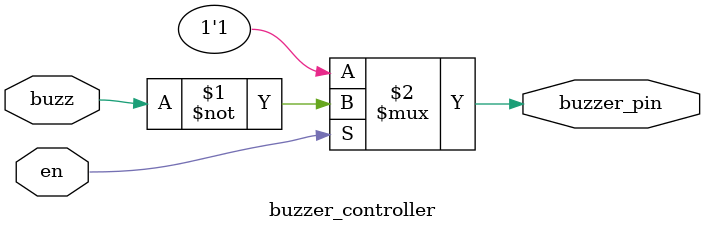
<source format=sv>
module buzzer_controller (
	input en, buzz, 

	output buzzer_pin
);
	assign buzzer_pin = en ? ~buzz : '1;
endmodule
</source>
